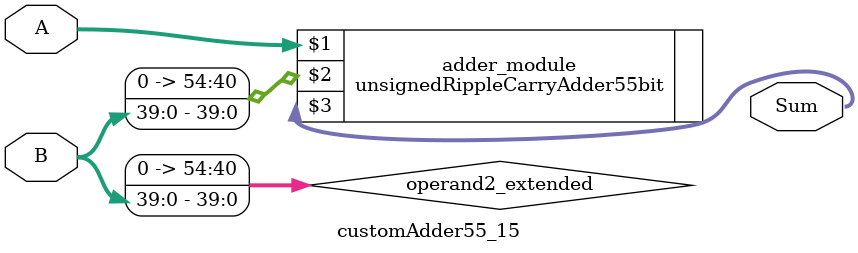
<source format=v>
module customAdder55_15(
                        input [54 : 0] A,
                        input [39 : 0] B,
                        
                        output [55 : 0] Sum
                );

        wire [54 : 0] operand2_extended;
        
        assign operand2_extended =  {15'b0, B};
        
        unsignedRippleCarryAdder55bit adder_module(
            A,
            operand2_extended,
            Sum
        );
        
        endmodule
        
</source>
